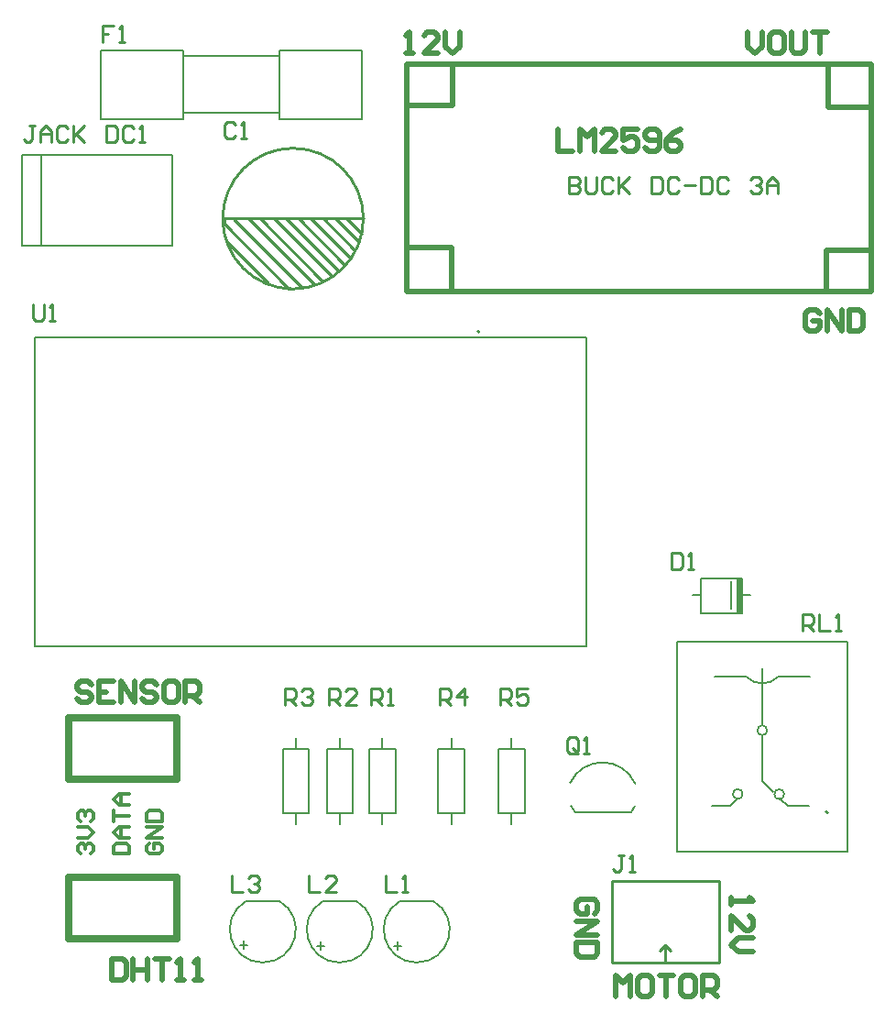
<source format=gto>
G04*
G04 #@! TF.GenerationSoftware,Altium Limited,Altium Designer,19.1.5 (86)*
G04*
G04 Layer_Color=65535*
%FSTAX24Y24*%
%MOIN*%
G70*
G01*
G75*
%ADD10C,0.0070*%
%ADD11C,0.0079*%
%ADD12C,0.0100*%
%ADD13C,0.0250*%
%ADD14C,0.0050*%
%ADD15C,0.0200*%
%ADD16C,0.0118*%
%ADD17C,0.0197*%
%ADD18R,0.0200X0.1260*%
D10*
X036283Y023045D02*
G03*
X037443Y023035I000585J000575D01*
G01*
X037051Y021093D02*
G03*
X037051Y021093I-000178J0D01*
G01*
X036158Y018779D02*
G03*
X036158Y018779I-000178J0D01*
G01*
X037668Y018769D02*
G03*
X037668Y018769I-000178J0D01*
G01*
X032249Y01915D02*
G03*
X029885Y019182I-00119J-000524D01*
G01*
X023693Y014885D02*
G03*
X0249Y014889I000607J-001035D01*
G01*
X020893Y014885D02*
G03*
X0221Y014889I000607J-001035D01*
G01*
X018093Y014885D02*
G03*
X0193Y014889I000607J-001035D01*
G01*
X033756Y016687D02*
X039962D01*
X033756Y024321D02*
X039962D01*
X033756Y016687D02*
Y024321D01*
X039962Y016687D02*
Y024321D01*
X037453Y023045D02*
X038593D01*
X035143Y023055D02*
X036273D01*
X036873Y019251D02*
Y020895D01*
X036863Y021295D02*
Y023338D01*
X03781Y018331D02*
X03857D01*
X03755Y018591D02*
X03781Y018331D01*
X03505D02*
X03571D01*
X03598Y018601D01*
X036872Y019251D02*
X037262Y018861D01*
X02149Y02042D02*
Y02083D01*
Y01769D02*
Y01807D01*
X021028D02*
Y02042D01*
Y01807D02*
X021973D01*
Y02042D01*
X021028D02*
X021973D01*
X01989D02*
Y02083D01*
Y01769D02*
Y01807D01*
X019428D02*
Y02042D01*
Y01807D02*
X020373D01*
Y02042D01*
X019428D02*
X020373D01*
X0158Y04355D02*
X0193D01*
X0128Y0433D02*
X0158D01*
X0128Y0458D02*
X0158D01*
Y0433D02*
Y0458D01*
X0128Y0433D02*
Y0458D01*
X0223Y0433D02*
Y0458D01*
X0158Y0456D02*
X0193D01*
Y0458D02*
X0223D01*
X0193Y0433D02*
X0223D01*
X0193D02*
Y0458D01*
X01065Y0387D02*
Y042D01*
X00995Y0387D02*
X0154D01*
X00995Y042D02*
X0154D01*
Y0387D02*
Y042D01*
X00995Y0387D02*
Y042D01*
X03615Y026D02*
Y02616D01*
Y02579D02*
Y026D01*
X03574Y02553D02*
Y0265D01*
X03615Y026D02*
X03645D01*
X03435D02*
X03465D01*
X03615D02*
Y02661D01*
X03465D02*
X03615D01*
X03465Y02535D02*
Y02661D01*
Y02535D02*
X03615D01*
Y026D01*
X02556Y01767D02*
Y01808D01*
Y02043D02*
Y02081D01*
X026023Y01808D02*
Y02043D01*
X025078D02*
X026023D01*
X025078Y01808D02*
Y02043D01*
Y01808D02*
X026023D01*
X029897Y018348D02*
X03007Y0181D01*
X0321D02*
X03223Y01836D01*
X03007Y0181D02*
X0321D01*
X02774Y02042D02*
Y02083D01*
Y01769D02*
Y01807D01*
X027278D02*
Y02042D01*
Y01807D02*
X028223D01*
Y02042D01*
X027278D02*
X028223D01*
X02361Y01311D02*
Y01341D01*
X02346Y01326D02*
X02374D01*
X0237Y01489D02*
X02489D01*
X02304Y02042D02*
Y02083D01*
Y01769D02*
Y01807D01*
X022578D02*
Y02042D01*
Y01807D02*
X023523D01*
Y02042D01*
X022578D02*
X023523D01*
X0209Y01489D02*
X02209D01*
X02066Y01326D02*
X02094D01*
X02081Y01311D02*
Y01341D01*
X01787Y01329D02*
X01815D01*
X01802Y01314D02*
Y01344D01*
X0181Y01489D02*
X01929D01*
D11*
X026589Y035596D02*
G03*
X026589Y035596I-000039J0D01*
G01*
D12*
X022359Y0397D02*
G03*
X022359Y0397I-002559J0D01*
G01*
X039187Y018151D02*
X03923Y018108D01*
X02085Y03745D02*
X0209D01*
X02056Y0373D02*
X0206D01*
X02012Y0372D02*
X0202D01*
X01965Y03715D02*
X0197D01*
X0174Y03885D02*
X0189Y03735D01*
X0173Y0395D02*
X01965Y03715D01*
X0173Y0395D02*
Y0397D01*
X01765Y03967D02*
X02012Y0372D01*
X01765Y03967D02*
Y0397D01*
X01816D02*
X02056Y0373D01*
X0181Y0397D02*
X01816D01*
X0186D02*
X02085Y03745D01*
X01845Y0397D02*
X0186D01*
X0191D02*
X0212Y0376D01*
X019Y0397D02*
X0191D01*
X01955D02*
X02145Y0378D01*
X0193Y0397D02*
X01955D01*
X02D02*
X02165Y03805D01*
X01995Y0397D02*
X02D01*
X02045D02*
X0219Y03825D01*
X0204Y0397D02*
X02045D01*
X0209D02*
X02205Y03855D01*
X02085Y0397D02*
X0209D01*
X02135D02*
X0222Y03885D01*
X0212Y0397D02*
X02135D01*
X02175D02*
X0223Y03915D01*
X02165Y0397D02*
X02175D01*
X02165D02*
X02175D01*
X017241D02*
X022359D01*
X033355Y01267D02*
Y013285D01*
X033555Y013085D01*
X033155D02*
X033355Y013285D01*
X0314Y01265D02*
X0353D01*
X0314D02*
Y015605D01*
X0353Y01265D02*
Y015605D01*
X0314D02*
X0353D01*
X02985Y0412D02*
Y0406D01*
X03015D01*
X03025Y0407D01*
Y0408D01*
X03015Y0409D01*
X02985D01*
X03015D01*
X03025Y041D01*
Y0411D01*
X03015Y0412D01*
X02985D01*
X03045D02*
Y0407D01*
X03055Y0406D01*
X03075D01*
X03085Y0407D01*
Y0412D01*
X031449Y0411D02*
X03135Y0412D01*
X03115D01*
X03105Y0411D01*
Y0407D01*
X03115Y0406D01*
X03135D01*
X031449Y0407D01*
X031649Y0412D02*
Y0406D01*
Y0408D01*
X032049Y0412D01*
X031749Y0409D01*
X032049Y0406D01*
X032849Y0412D02*
Y0406D01*
X033149D01*
X033249Y0407D01*
Y0411D01*
X033149Y0412D01*
X032849D01*
X033849Y0411D02*
X033749Y0412D01*
X033549D01*
X033449Y0411D01*
Y0407D01*
X033549Y0406D01*
X033749D01*
X033849Y0407D01*
X034049Y0409D02*
X034449D01*
X034648Y0412D02*
Y0406D01*
X034948D01*
X035048Y0407D01*
Y0411D01*
X034948Y0412D01*
X034648D01*
X035648Y0411D02*
X035548Y0412D01*
X035348D01*
X035248Y0411D01*
Y0407D01*
X035348Y0406D01*
X035548D01*
X035648Y0407D01*
X036448Y0411D02*
X036548Y0412D01*
X036748D01*
X036848Y0411D01*
Y041D01*
X036748Y0409D01*
X036648D01*
X036748D01*
X036848Y0408D01*
Y0407D01*
X036748Y0406D01*
X036548D01*
X036448Y0407D01*
X037048Y0406D02*
Y041D01*
X037248Y0412D01*
X037448Y041D01*
Y0406D01*
Y0409D01*
X037048D01*
X01326Y04673D02*
X01286D01*
Y04643D01*
X01306D01*
X01286D01*
Y04613D01*
X01346D02*
X01366D01*
X01356D01*
Y04673D01*
X01346Y04663D01*
X01769Y04311D02*
X01759Y04321D01*
X01739D01*
X01729Y04311D01*
Y04271D01*
X01739Y04261D01*
X01759D01*
X01769Y04271D01*
X01789Y04261D02*
X01809D01*
X01799D01*
Y04321D01*
X01789Y04311D01*
X010342Y03658D02*
Y03608D01*
X010442Y03598D01*
X010642D01*
X010742Y03608D01*
Y03658D01*
X010942Y03598D02*
X011141D01*
X011042D01*
Y03658D01*
X010942Y03648D01*
X03835Y0247D02*
Y0253D01*
X03865D01*
X03875Y0252D01*
Y025D01*
X03865Y0249D01*
X03835D01*
X03855D02*
X03875Y0247D01*
X03895Y0253D02*
Y0247D01*
X03935D01*
X03955D02*
X03975D01*
X03965D01*
Y0253D01*
X03955Y0252D01*
X02734Y02202D02*
Y02262D01*
X02764D01*
X02774Y02252D01*
Y02232D01*
X02764Y02222D01*
X02734D01*
X02754D02*
X02774Y02202D01*
X02834Y02262D02*
X02794D01*
Y02232D01*
X02814Y02242D01*
X02824D01*
X02834Y02232D01*
Y02212D01*
X02824Y02202D01*
X02804D01*
X02794Y02212D01*
X02514Y02202D02*
Y02262D01*
X02544D01*
X02554Y02252D01*
Y02232D01*
X02544Y02222D01*
X02514D01*
X02534D02*
X02554Y02202D01*
X02604D02*
Y02262D01*
X02574Y02232D01*
X02614D01*
X01949Y02202D02*
Y02262D01*
X01979D01*
X01989Y02252D01*
Y02232D01*
X01979Y02222D01*
X01949D01*
X01969D02*
X01989Y02202D01*
X02009Y02252D02*
X02019Y02262D01*
X02039D01*
X02049Y02252D01*
Y02242D01*
X02039Y02232D01*
X02029D01*
X02039D01*
X02049Y02222D01*
Y02212D01*
X02039Y02202D01*
X02019D01*
X02009Y02212D01*
X02109Y02201D02*
Y02261D01*
X02139D01*
X02149Y02251D01*
Y02231D01*
X02139Y02221D01*
X02109D01*
X02129D02*
X02149Y02201D01*
X02209D02*
X02169D01*
X02209Y02241D01*
Y02251D01*
X02199Y02261D01*
X02179D01*
X02169Y02251D01*
X02264Y02201D02*
Y02261D01*
X02294D01*
X02304Y02251D01*
Y02231D01*
X02294Y02221D01*
X02264D01*
X02284D02*
X02304Y02201D01*
X02324D02*
X02344D01*
X02334D01*
Y02261D01*
X02324Y02251D01*
X03018Y02036D02*
Y02076D01*
X03008Y02086D01*
X02988D01*
X02978Y02076D01*
Y02036D01*
X02988Y02026D01*
X03008D01*
X02998Y02046D02*
X03018Y02026D01*
X03008D02*
X03018Y02036D01*
X03038Y02026D02*
X03058D01*
X03048D01*
Y02086D01*
X03038Y02076D01*
X01756Y01583D02*
Y01523D01*
X01796D01*
X01816Y01573D02*
X01826Y01583D01*
X01846D01*
X01856Y01573D01*
Y01563D01*
X01846Y01553D01*
X01836D01*
X01846D01*
X01856Y01543D01*
Y01533D01*
X01846Y01523D01*
X01826D01*
X01816Y01533D01*
X02036Y01582D02*
Y01522D01*
X02076D01*
X02136D02*
X02096D01*
X02136Y01562D01*
Y01572D01*
X02126Y01582D01*
X02106D01*
X02096Y01572D01*
X02316Y01582D02*
Y01522D01*
X02356D01*
X02376D02*
X02396D01*
X02386D01*
Y01582D01*
X02376Y01572D01*
X01042Y04309D02*
X01022D01*
X01032D01*
Y04259D01*
X01022Y04249D01*
X01012D01*
X01002Y04259D01*
X01062Y04249D02*
Y04289D01*
X01082Y04309D01*
X01102Y04289D01*
Y04249D01*
Y04279D01*
X01062D01*
X011619Y04299D02*
X01152Y04309D01*
X01132D01*
X01122Y04299D01*
Y04259D01*
X01132Y04249D01*
X01152D01*
X011619Y04259D01*
X011819Y04309D02*
Y04249D01*
Y04269D01*
X012219Y04309D01*
X011919Y04279D01*
X012219Y04249D01*
X013019Y04309D02*
Y04249D01*
X013319D01*
X013419Y04259D01*
Y04299D01*
X013319Y04309D01*
X013019D01*
X014019Y04299D02*
X013919Y04309D01*
X013719D01*
X013619Y04299D01*
Y04259D01*
X013719Y04249D01*
X013919D01*
X014019Y04259D01*
X014219Y04249D02*
X014419D01*
X014319D01*
Y04309D01*
X014219Y04299D01*
X03185Y01655D02*
X03165D01*
X03175D01*
Y01605D01*
X03165Y01595D01*
X03155D01*
X03145Y01605D01*
X03205Y01595D02*
X03225D01*
X03215D01*
Y01655D01*
X03205Y01645D01*
X03356Y02754D02*
Y02694D01*
X03386D01*
X03396Y02704D01*
Y02744D01*
X03386Y02754D01*
X03356D01*
X03416Y02694D02*
X03436D01*
X03426D01*
Y02754D01*
X03416Y02744D01*
D13*
X011624Y01351D02*
Y015762D01*
X015576D01*
Y01351D02*
Y015762D01*
X011624Y01351D02*
X015576D01*
X011624Y01931D02*
Y021562D01*
X015576D01*
Y01931D02*
Y021562D01*
X011624Y01931D02*
X015576D01*
D14*
X010412Y024148D02*
X030471D01*
X010412D02*
Y035372D01*
X030471Y024148D02*
Y035372D01*
X010412D02*
X030471D01*
Y031014D02*
Y035372D01*
Y028372D02*
Y031014D01*
Y024148D02*
Y028372D01*
X010412Y035372D02*
X030471D01*
X010412Y024148D02*
X030471D01*
X010412Y033258D02*
Y035372D01*
Y026293D02*
Y033258D01*
Y024148D02*
Y026293D01*
D15*
X038492Y037038D02*
X039198D01*
Y038542D01*
X040854D01*
Y037038D02*
Y038542D01*
X025566Y037038D02*
Y03865D01*
X023925D02*
X025566D01*
X023925Y037038D02*
Y03865D01*
X039277Y043739D02*
X040854D01*
X039277D02*
Y045305D01*
X040854D01*
X025615Y043798D02*
Y045305D01*
X023925Y043798D02*
X025615D01*
X023925D02*
Y045305D01*
X040854D01*
Y037038D02*
Y045305D01*
X023925Y037038D02*
X040854D01*
X023925D02*
Y045305D01*
D16*
X01326Y0166D02*
X01385D01*
Y016895D01*
X013752Y016994D01*
X013358D01*
X01326Y016895D01*
Y0166D01*
X01385Y01719D02*
X013456D01*
X01326Y017387D01*
X013456Y017584D01*
X01385D01*
X013555D01*
Y01719D01*
X01326Y017781D02*
Y018174D01*
Y017978D01*
X01385D01*
Y018371D02*
X013456D01*
X01326Y018568D01*
X013456Y018765D01*
X01385D01*
X013555D01*
Y018371D01*
X014558Y016994D02*
X01446Y016895D01*
Y016698D01*
X014558Y0166D01*
X014952D01*
X01505Y016698D01*
Y016895D01*
X014952Y016994D01*
X014755D01*
Y016797D01*
X01505Y01719D02*
X01446D01*
X01505Y017584D01*
X01446D01*
Y017781D02*
X01505D01*
Y018076D01*
X014952Y018174D01*
X014558D01*
X01446Y018076D01*
Y017781D01*
X012058Y0166D02*
X01196Y016698D01*
Y016895D01*
X012058Y016994D01*
X012156D01*
X012255Y016895D01*
Y016797D01*
Y016895D01*
X012353Y016994D01*
X012452D01*
X01255Y016895D01*
Y016698D01*
X012452Y0166D01*
X01196Y01719D02*
X012353D01*
X01255Y017387D01*
X012353Y017584D01*
X01196D01*
X012058Y017781D02*
X01196Y017879D01*
Y018076D01*
X012058Y018174D01*
X012156D01*
X012255Y018076D01*
Y017978D01*
Y018076D01*
X012353Y018174D01*
X012452D01*
X01255Y018076D01*
Y017879D01*
X012452Y017781D01*
D17*
X030756Y014425D02*
X030887Y014556D01*
Y014819D01*
X030756Y01495D01*
X030231D01*
X0301Y014819D01*
Y014556D01*
X030231Y014425D01*
X030494D01*
Y014688D01*
X0301Y014163D02*
X030887D01*
X0301Y013638D01*
X030887D01*
Y013376D02*
X0301D01*
Y012982D01*
X030231Y012851D01*
X030756D01*
X030887Y012982D01*
Y013376D01*
X03575Y015D02*
Y014738D01*
Y014869D01*
X036537D01*
X036406Y015D01*
X03575Y013819D02*
Y014344D01*
X036275Y013819D01*
X036406D01*
X036537Y01395D01*
Y014213D01*
X036406Y014344D01*
X036537Y013557D02*
X036012D01*
X03575Y013295D01*
X036012Y013032D01*
X036537D01*
X03155Y0114D02*
Y012187D01*
X031812Y011925D01*
X032075Y012187D01*
Y0114D01*
X032731Y012187D02*
X032468D01*
X032337Y012056D01*
Y011531D01*
X032468Y0114D01*
X032731D01*
X032862Y011531D01*
Y012056D01*
X032731Y012187D01*
X033124D02*
X033649D01*
X033387D01*
Y0114D01*
X034305Y012187D02*
X034043D01*
X033911Y012056D01*
Y011531D01*
X034043Y0114D01*
X034305D01*
X034436Y011531D01*
Y012056D01*
X034305Y012187D01*
X034699Y0114D02*
Y012187D01*
X035092D01*
X035223Y012056D01*
Y011794D01*
X035092Y011662D01*
X034699D01*
X034961D02*
X035223Y0114D01*
X038975Y036256D02*
X038844Y036387D01*
X038581D01*
X03845Y036256D01*
Y035731D01*
X038581Y0356D01*
X038844D01*
X038975Y035731D01*
Y035994D01*
X038712D01*
X039237Y0356D02*
Y036387D01*
X039762Y0356D01*
Y036387D01*
X040024D02*
Y0356D01*
X040418D01*
X040549Y035731D01*
Y036256D01*
X040418Y036387D01*
X040024D01*
X03635Y046487D02*
Y045962D01*
X036612Y0457D01*
X036875Y045962D01*
Y046487D01*
X037531D02*
X037268D01*
X037137Y046356D01*
Y045831D01*
X037268Y0457D01*
X037531D01*
X037662Y045831D01*
Y046356D01*
X037531Y046487D01*
X037924D02*
Y045831D01*
X038055Y0457D01*
X038318D01*
X038449Y045831D01*
Y046487D01*
X038711D02*
X039236D01*
X038974D01*
Y0457D01*
X0239D02*
X024162D01*
X024031D01*
Y046487D01*
X0239Y046356D01*
X025081Y0457D02*
X024556D01*
X025081Y046225D01*
Y046356D01*
X02495Y046487D01*
X024687D01*
X024556Y046356D01*
X025343Y046487D02*
Y045962D01*
X025605Y0457D01*
X025868Y045962D01*
Y046487D01*
X02945Y042937D02*
Y04215D01*
X029975D01*
X030237D02*
Y042937D01*
X0305Y042675D01*
X030762Y042937D01*
Y04215D01*
X031549D02*
X031024D01*
X031549Y042675D01*
Y042806D01*
X031418Y042937D01*
X031155D01*
X031024Y042806D01*
X032336Y042937D02*
X031811D01*
Y042544D01*
X032074Y042675D01*
X032205D01*
X032336Y042544D01*
Y042281D01*
X032205Y04215D01*
X031943D01*
X031811Y042281D01*
X032599D02*
X03273Y04215D01*
X032992D01*
X033123Y042281D01*
Y042806D01*
X032992Y042937D01*
X03273D01*
X032599Y042806D01*
Y042675D01*
X03273Y042544D01*
X033123D01*
X033911Y042937D02*
X033648Y042806D01*
X033386Y042544D01*
Y042281D01*
X033517Y04215D01*
X033779D01*
X033911Y042281D01*
Y042412D01*
X033779Y042544D01*
X033386D01*
X012475Y022756D02*
X012344Y022887D01*
X012081D01*
X01195Y022756D01*
Y022625D01*
X012081Y022494D01*
X012344D01*
X012475Y022362D01*
Y022231D01*
X012344Y0221D01*
X012081D01*
X01195Y022231D01*
X013262Y022887D02*
X012737D01*
Y0221D01*
X013262D01*
X012737Y022494D02*
X013D01*
X013524Y0221D02*
Y022887D01*
X014049Y0221D01*
Y022887D01*
X014836Y022756D02*
X014705Y022887D01*
X014443D01*
X014311Y022756D01*
Y022625D01*
X014443Y022494D01*
X014705D01*
X014836Y022362D01*
Y022231D01*
X014705Y0221D01*
X014443D01*
X014311Y022231D01*
X015492Y022887D02*
X01523D01*
X015099Y022756D01*
Y022231D01*
X01523Y0221D01*
X015492D01*
X015623Y022231D01*
Y022756D01*
X015492Y022887D01*
X015886Y0221D02*
Y022887D01*
X016279D01*
X016411Y022756D01*
Y022494D01*
X016279Y022362D01*
X015886D01*
X016148D02*
X016411Y0221D01*
X0132Y012787D02*
Y012D01*
X013594D01*
X013725Y012131D01*
Y012656D01*
X013594Y012787D01*
X0132D01*
X013987D02*
Y012D01*
Y012394D01*
X014512D01*
Y012787D01*
Y012D01*
X014774Y012787D02*
X015299D01*
X015037D01*
Y012D01*
X015561D02*
X015824D01*
X015693D01*
Y012787D01*
X015561Y012656D01*
X016217Y012D02*
X01648D01*
X016349D01*
Y012787D01*
X016217Y012656D01*
D18*
X03605Y02598D02*
D03*
M02*

</source>
